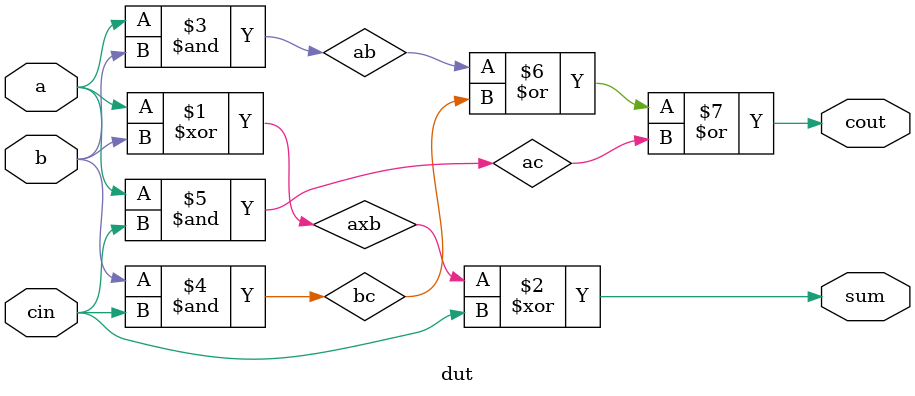
<source format=v>
module dut(
    input wire a,
    input wire b,
    input wire cin,
    output wire sum,
    output wire cout
);

    // Full adder logic using structural verilog
    wire axb;
    wire ab, bc, ac;

    xor (axb, a, b);
    xor (sum, axb, cin);

    and (ab, a, b);
    and (bc, b, cin);
    and (ac, a, cin);

    or  (cout, ab, bc, ac);

endmodule
</source>
